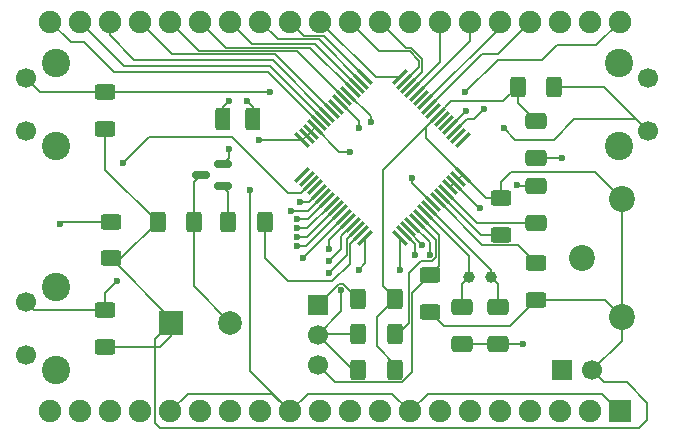
<source format=gbr>
G04 #@! TF.GenerationSoftware,KiCad,Pcbnew,9.0.2*
G04 #@! TF.CreationDate,2025-08-18T13:33:17+03:00*
G04 #@! TF.ProjectId,tickbox,7469636b-626f-4782-9e6b-696361645f70,rev?*
G04 #@! TF.SameCoordinates,Original*
G04 #@! TF.FileFunction,Copper,L1,Top*
G04 #@! TF.FilePolarity,Positive*
%FSLAX46Y46*%
G04 Gerber Fmt 4.6, Leading zero omitted, Abs format (unit mm)*
G04 Created by KiCad (PCBNEW 9.0.2) date 2025-08-18 13:33:17*
%MOMM*%
%LPD*%
G01*
G04 APERTURE LIST*
G04 Aperture macros list*
%AMRoundRect*
0 Rectangle with rounded corners*
0 $1 Rounding radius*
0 $2 $3 $4 $5 $6 $7 $8 $9 X,Y pos of 4 corners*
0 Add a 4 corners polygon primitive as box body*
4,1,4,$2,$3,$4,$5,$6,$7,$8,$9,$2,$3,0*
0 Add four circle primitives for the rounded corners*
1,1,$1+$1,$2,$3*
1,1,$1+$1,$4,$5*
1,1,$1+$1,$6,$7*
1,1,$1+$1,$8,$9*
0 Add four rect primitives between the rounded corners*
20,1,$1+$1,$2,$3,$4,$5,0*
20,1,$1+$1,$4,$5,$6,$7,0*
20,1,$1+$1,$6,$7,$8,$9,0*
20,1,$1+$1,$8,$9,$2,$3,0*%
%AMRotRect*
0 Rectangle, with rotation*
0 The origin of the aperture is its center*
0 $1 length*
0 $2 width*
0 $3 Rotation angle, in degrees counterclockwise*
0 Add horizontal line*
21,1,$1,$2,0,0,$3*%
G04 Aperture macros list end*
G04 #@! TA.AperFunction,SMDPad,CuDef*
%ADD10RoundRect,0.250000X0.650000X-0.412500X0.650000X0.412500X-0.650000X0.412500X-0.650000X-0.412500X0*%
G04 #@! TD*
G04 #@! TA.AperFunction,ComponentPad*
%ADD11R,1.700000X1.700000*%
G04 #@! TD*
G04 #@! TA.AperFunction,ComponentPad*
%ADD12C,1.700000*%
G04 #@! TD*
G04 #@! TA.AperFunction,SMDPad,CuDef*
%ADD13RoundRect,0.250000X0.400000X0.625000X-0.400000X0.625000X-0.400000X-0.625000X0.400000X-0.625000X0*%
G04 #@! TD*
G04 #@! TA.AperFunction,SMDPad,CuDef*
%ADD14RoundRect,0.190500X0.444500X-0.762000X0.444500X0.762000X-0.444500X0.762000X-0.444500X-0.762000X0*%
G04 #@! TD*
G04 #@! TA.AperFunction,SMDPad,CuDef*
%ADD15RoundRect,0.250000X0.625000X-0.400000X0.625000X0.400000X-0.625000X0.400000X-0.625000X-0.400000X0*%
G04 #@! TD*
G04 #@! TA.AperFunction,SMDPad,CuDef*
%ADD16RoundRect,0.250000X-0.400000X-0.625000X0.400000X-0.625000X0.400000X0.625000X-0.400000X0.625000X0*%
G04 #@! TD*
G04 #@! TA.AperFunction,SMDPad,CuDef*
%ADD17RoundRect,0.250000X-0.650000X0.412500X-0.650000X-0.412500X0.650000X-0.412500X0.650000X0.412500X0*%
G04 #@! TD*
G04 #@! TA.AperFunction,ComponentPad*
%ADD18R,2.000000X2.000000*%
G04 #@! TD*
G04 #@! TA.AperFunction,ComponentPad*
%ADD19C,2.000000*%
G04 #@! TD*
G04 #@! TA.AperFunction,SMDPad,CuDef*
%ADD20RotRect,0.300000X1.675000X225.000000*%
G04 #@! TD*
G04 #@! TA.AperFunction,SMDPad,CuDef*
%ADD21RotRect,0.300000X1.675000X135.000000*%
G04 #@! TD*
G04 #@! TA.AperFunction,SMDPad,CuDef*
%ADD22RoundRect,0.150000X0.587500X0.150000X-0.587500X0.150000X-0.587500X-0.150000X0.587500X-0.150000X0*%
G04 #@! TD*
G04 #@! TA.AperFunction,SMDPad,CuDef*
%ADD23RoundRect,0.250000X-0.625000X0.400000X-0.625000X-0.400000X0.625000X-0.400000X0.625000X0.400000X0*%
G04 #@! TD*
G04 #@! TA.AperFunction,ComponentPad*
%ADD24C,2.400000*%
G04 #@! TD*
G04 #@! TA.AperFunction,ComponentPad*
%ADD25C,1.000000*%
G04 #@! TD*
G04 #@! TA.AperFunction,ComponentPad*
%ADD26C,2.200000*%
G04 #@! TD*
G04 #@! TA.AperFunction,ComponentPad*
%ADD27R,1.905000X1.905000*%
G04 #@! TD*
G04 #@! TA.AperFunction,ComponentPad*
%ADD28C,1.905000*%
G04 #@! TD*
G04 #@! TA.AperFunction,ViaPad*
%ADD29C,0.600000*%
G04 #@! TD*
G04 #@! TA.AperFunction,Conductor*
%ADD30C,0.200000*%
G04 #@! TD*
G04 #@! TA.AperFunction,Conductor*
%ADD31C,0.127000*%
G04 #@! TD*
G04 #@! TA.AperFunction,Conductor*
%ADD32C,0.150000*%
G04 #@! TD*
G04 APERTURE END LIST*
D10*
X70250000Y-57812500D03*
X70250000Y-54687500D03*
D11*
X55000000Y-54460000D03*
D12*
X55000000Y-57000000D03*
X55000000Y-59540000D03*
D13*
X50550000Y-47500000D03*
X47450000Y-47500000D03*
D14*
X49500000Y-38750000D03*
X47000000Y-38750000D03*
D15*
X37500000Y-50550000D03*
X37500000Y-47450000D03*
D16*
X41450000Y-47500000D03*
X44550000Y-47500000D03*
D17*
X73500000Y-38937500D03*
X73500000Y-42062500D03*
D18*
X42629216Y-56000000D03*
D19*
X47629216Y-56000000D03*
D20*
X61976439Y-48779740D03*
X62329992Y-48426186D03*
X62683546Y-48072633D03*
X63037099Y-47719080D03*
X63390653Y-47365526D03*
X63744206Y-47011973D03*
X64097759Y-46658419D03*
X64451313Y-46304866D03*
X64804866Y-45951313D03*
X65158419Y-45597759D03*
X65511973Y-45244206D03*
X65865526Y-44890653D03*
X66219080Y-44537099D03*
X66572633Y-44183546D03*
X66926186Y-43829992D03*
X67279740Y-43476439D03*
D21*
X67279740Y-40523561D03*
X66926186Y-40170008D03*
X66572633Y-39816454D03*
X66219080Y-39462901D03*
X65865526Y-39109347D03*
X65511973Y-38755794D03*
X65158419Y-38402241D03*
X64804866Y-38048687D03*
X64451313Y-37695134D03*
X64097759Y-37341581D03*
X63744206Y-36988027D03*
X63390653Y-36634474D03*
X63037099Y-36280920D03*
X62683546Y-35927367D03*
X62329992Y-35573814D03*
X61976439Y-35220260D03*
D20*
X59023561Y-35220260D03*
X58670008Y-35573814D03*
X58316454Y-35927367D03*
X57962901Y-36280920D03*
X57609347Y-36634474D03*
X57255794Y-36988027D03*
X56902241Y-37341581D03*
X56548687Y-37695134D03*
X56195134Y-38048687D03*
X55841581Y-38402241D03*
X55488027Y-38755794D03*
X55134474Y-39109347D03*
X54780920Y-39462901D03*
X54427367Y-39816454D03*
X54073814Y-40170008D03*
X53720260Y-40523561D03*
D21*
X53720260Y-43476439D03*
X54073814Y-43829992D03*
X54427367Y-44183546D03*
X54780920Y-44537099D03*
X55134474Y-44890653D03*
X55488027Y-45244206D03*
X55841581Y-45597759D03*
X56195134Y-45951313D03*
X56548687Y-46304866D03*
X56902241Y-46658419D03*
X57255794Y-47011973D03*
X57609347Y-47365526D03*
X57962901Y-47719080D03*
X58316454Y-48072633D03*
X58670008Y-48426186D03*
X59023561Y-48779740D03*
D22*
X47000000Y-44450000D03*
X47000000Y-42550000D03*
X45125000Y-43500000D03*
D13*
X61550000Y-53960000D03*
X58450000Y-53960000D03*
D23*
X37000000Y-36450000D03*
X37000000Y-39550000D03*
D15*
X73500000Y-54050000D03*
X73500000Y-50950000D03*
X64500000Y-55050000D03*
X64500000Y-51950000D03*
D13*
X75050000Y-36000000D03*
X71950000Y-36000000D03*
D24*
X32825000Y-41000001D03*
X32825000Y-34000001D03*
D12*
X30325000Y-39750001D03*
X30325000Y-35250001D03*
D25*
X69700000Y-52150000D03*
X67800000Y-52150000D03*
D23*
X37000000Y-54950000D03*
X37000000Y-58050000D03*
X70500000Y-45450000D03*
X70500000Y-48550000D03*
D26*
X80750000Y-55500000D03*
X80750000Y-45500000D03*
X77350000Y-50500000D03*
D10*
X73500000Y-47562500D03*
X73500000Y-44437500D03*
X67250000Y-57812500D03*
X67250000Y-54687500D03*
D13*
X61550000Y-56960000D03*
X58450000Y-56960000D03*
D11*
X75725000Y-60000000D03*
D12*
X78265000Y-60000000D03*
D13*
X61550000Y-59960000D03*
X58450000Y-59960000D03*
D24*
X80500000Y-33999999D03*
X80500000Y-40999999D03*
D12*
X83000000Y-35249999D03*
X83000000Y-39749999D03*
D24*
X32825000Y-60000001D03*
X32825000Y-53000001D03*
D12*
X30325000Y-58750001D03*
X30325000Y-54250001D03*
D27*
X80600000Y-63500000D03*
D28*
X78060000Y-63500000D03*
X75520000Y-63500000D03*
X72980000Y-63500000D03*
X70440000Y-63500000D03*
X67900000Y-63500000D03*
X65360000Y-63500000D03*
X62820000Y-63500000D03*
X60280000Y-63500000D03*
X57740000Y-63500000D03*
X55200000Y-63500000D03*
X52660000Y-63500000D03*
X50120000Y-63500000D03*
X47580000Y-63500000D03*
X45040000Y-63500000D03*
X42500000Y-63500000D03*
X39960000Y-63500000D03*
X37420000Y-63500000D03*
X34880000Y-63500000D03*
X32340000Y-63500000D03*
X32340000Y-30500000D03*
X34880000Y-30500000D03*
X37420000Y-30500000D03*
X39960000Y-30500000D03*
X42500000Y-30500000D03*
X45040000Y-30500000D03*
X47580000Y-30500000D03*
X50120000Y-30500000D03*
X52660000Y-30500000D03*
X55200000Y-30500000D03*
X57740000Y-30500000D03*
X60280000Y-30500000D03*
X62820000Y-30500000D03*
X65360000Y-30500000D03*
X67900000Y-30500000D03*
X70440000Y-30500000D03*
X72980000Y-30500000D03*
X75520000Y-30500000D03*
X78060000Y-30500000D03*
X80600000Y-30500000D03*
D29*
X67500000Y-36500000D03*
X57750000Y-41500000D03*
X50023561Y-40523561D03*
X49250000Y-44750000D03*
X64500000Y-50250000D03*
X72437500Y-57812500D03*
X47500000Y-41250000D03*
X75687500Y-42062500D03*
X71875000Y-44375000D03*
X68750000Y-46250000D03*
X53250000Y-48000000D03*
X57000000Y-53250000D03*
X56000000Y-50750000D03*
X56000000Y-49750000D03*
X62000000Y-51500000D03*
X52750000Y-46500000D03*
X53750000Y-50500000D03*
X53250000Y-47250000D03*
X56000000Y-51750000D03*
X53250000Y-48750000D03*
X53500000Y-45750000D03*
X53250000Y-49500000D03*
X63875000Y-49375000D03*
X58500000Y-39500000D03*
X38000000Y-52500000D03*
X63250000Y-50250000D03*
X58500000Y-51500000D03*
X38500000Y-42500000D03*
X69125000Y-37875000D03*
X47500000Y-37250000D03*
X49000000Y-37250000D03*
X67590990Y-38090990D03*
X59500000Y-39000000D03*
X51000000Y-36500000D03*
X70750000Y-39500000D03*
X63000000Y-43750000D03*
X33200000Y-47600000D03*
D30*
X64155330Y-40352029D02*
X67279740Y-43476439D01*
X64155330Y-39405330D02*
X64155330Y-40352029D01*
X64155330Y-39405330D02*
X65158419Y-38402241D01*
D31*
X67639087Y-38750000D02*
X66572633Y-39816454D01*
X68250000Y-38750000D02*
X67639087Y-38750000D01*
X69125000Y-37875000D02*
X68250000Y-38750000D01*
X67590990Y-38090990D02*
X66219080Y-39462901D01*
D32*
X78600000Y-32500000D02*
X80600000Y-30500000D01*
X74000000Y-33750000D02*
X75250000Y-32500000D01*
X67500000Y-36500000D02*
X70250000Y-33750000D01*
X75250000Y-32500000D02*
X78600000Y-32500000D01*
X70250000Y-33750000D02*
X74000000Y-33750000D01*
D30*
X60000000Y-58000000D02*
X61550000Y-59550000D01*
X71400000Y-43200000D02*
X70500000Y-44100000D01*
X37500000Y-50550000D02*
X38400000Y-50550000D01*
X70500000Y-45450000D02*
X69253301Y-45450000D01*
X41685500Y-64935500D02*
X82250000Y-64935500D01*
X71950000Y-36000000D02*
X70708500Y-37241500D01*
X79300000Y-54050000D02*
X80750000Y-55500000D01*
X65700000Y-56250000D02*
X71300000Y-56250000D01*
X61550000Y-53960000D02*
X60000000Y-55510000D01*
X79265000Y-61000000D02*
X78265000Y-60000000D01*
X41250000Y-64500000D02*
X41685500Y-64935500D01*
X41250000Y-57379216D02*
X41250000Y-64500000D01*
X80750000Y-45500000D02*
X78450000Y-43200000D01*
X80750000Y-45500000D02*
X80750000Y-55500000D01*
X37000000Y-39550000D02*
X37000000Y-43050000D01*
X42629216Y-55679216D02*
X37500000Y-50550000D01*
X81185500Y-61000000D02*
X79265000Y-61000000D01*
X78450000Y-43200000D02*
X71400000Y-43200000D01*
X60500000Y-43060660D02*
X64155330Y-39405330D01*
X38400000Y-50550000D02*
X41450000Y-47500000D01*
X82250000Y-64935500D02*
X82935500Y-64250000D01*
X82935500Y-64250000D02*
X82935500Y-62750000D01*
X42629216Y-56000000D02*
X42629216Y-55679216D01*
X66926186Y-43829992D02*
X67279740Y-43476439D01*
X71950000Y-37387500D02*
X73500000Y-38937500D01*
X70500000Y-44100000D02*
X70500000Y-45450000D01*
X73500000Y-54050000D02*
X79300000Y-54050000D01*
X71950000Y-36000000D02*
X71950000Y-37387500D01*
X78265000Y-60000000D02*
X80750000Y-57515000D01*
X82935500Y-62750000D02*
X81185500Y-61000000D01*
X42629216Y-56000000D02*
X41250000Y-57379216D01*
X71300000Y-56250000D02*
X73500000Y-54050000D01*
X70708500Y-37241500D02*
X66319160Y-37241500D01*
X42629216Y-57120784D02*
X41700000Y-58050000D01*
X66319160Y-37241500D02*
X65158419Y-38402241D01*
X80750000Y-57515000D02*
X80750000Y-55500000D01*
X69253301Y-45450000D02*
X67279740Y-43476439D01*
X37000000Y-43050000D02*
X41450000Y-47500000D01*
X42629216Y-56000000D02*
X42629216Y-57120784D01*
X41700000Y-58050000D02*
X37000000Y-58050000D01*
X60500000Y-52910000D02*
X60500000Y-43060660D01*
X61550000Y-59550000D02*
X61550000Y-59960000D01*
X64500000Y-55050000D02*
X65700000Y-56250000D01*
X60000000Y-55510000D02*
X60000000Y-58000000D01*
X61550000Y-53960000D02*
X60500000Y-52910000D01*
D32*
X54780920Y-39462901D02*
X54427367Y-39816454D01*
X62820000Y-63500000D02*
X64320000Y-62000000D01*
X49250000Y-60090000D02*
X52660000Y-63500000D01*
X42500000Y-63500000D02*
X44000000Y-62000000D01*
X54427367Y-39816454D02*
X54073814Y-40170008D01*
X51160000Y-62000000D02*
X52660000Y-63500000D01*
X54160000Y-62000000D02*
X61320000Y-62000000D01*
X52660000Y-63500000D02*
X54160000Y-62000000D01*
X44000000Y-62000000D02*
X51160000Y-62000000D01*
X53720260Y-40523561D02*
X50023561Y-40523561D01*
X64320000Y-62000000D02*
X79100000Y-62000000D01*
X54073814Y-40170008D02*
X53720260Y-40523561D01*
X54780920Y-39462901D02*
X56818019Y-41500000D01*
X79100000Y-62000000D02*
X80600000Y-63500000D01*
X61320000Y-62000000D02*
X62820000Y-63500000D01*
X56818019Y-41500000D02*
X57750000Y-41500000D01*
X49250000Y-44750000D02*
X49250000Y-60090000D01*
X67250000Y-54687500D02*
X67250000Y-52700000D01*
X67800000Y-52150000D02*
X67800000Y-50360660D01*
X67800000Y-50360660D02*
X64097759Y-46658419D01*
X67250000Y-52700000D02*
X67800000Y-52150000D01*
X64500000Y-49181981D02*
X64500000Y-50250000D01*
X63037099Y-47719080D02*
X64500000Y-49181981D01*
D31*
X73500000Y-44437500D02*
X71937500Y-44437500D01*
D32*
X66572633Y-44183546D02*
X68639087Y-46250000D01*
D31*
X71937500Y-44437500D02*
X71875000Y-44375000D01*
D32*
X68639087Y-46250000D02*
X68750000Y-46250000D01*
D31*
X72437500Y-57812500D02*
X72500000Y-57750000D01*
X47000000Y-42550000D02*
X47500000Y-42050000D01*
D32*
X73500000Y-42062500D02*
X75687500Y-42062500D01*
D31*
X67250000Y-57812500D02*
X70250000Y-57812500D01*
D32*
X66219080Y-44537099D02*
X66572633Y-44183546D01*
D31*
X71875000Y-44375000D02*
X71750000Y-44250000D01*
X70250000Y-57812500D02*
X72437500Y-57812500D01*
X47500000Y-42050000D02*
X47500000Y-41250000D01*
D32*
X62502000Y-32722000D02*
X60280000Y-30500000D01*
X62683546Y-35927367D02*
X63878000Y-34732913D01*
X63878000Y-33684848D02*
X62915151Y-32722000D01*
X63878000Y-34732913D02*
X63878000Y-33684848D01*
X62915151Y-32722000D02*
X62502000Y-32722000D01*
X61976439Y-35220260D02*
X59920260Y-35220260D01*
X59920260Y-35220260D02*
X55200000Y-30500000D01*
X63600000Y-33800000D02*
X62800000Y-33000000D01*
X60200000Y-33000000D02*
X60200000Y-32960000D01*
X63600000Y-34303806D02*
X63600000Y-33800000D01*
X62800000Y-33000000D02*
X60200000Y-33000000D01*
X60200000Y-32960000D02*
X57740000Y-30500000D01*
X62329992Y-35573814D02*
X63600000Y-34303806D01*
X54146447Y-48000000D02*
X53250000Y-48000000D01*
X56195134Y-45951313D02*
X54146447Y-48000000D01*
X44550000Y-52920784D02*
X44550000Y-47500000D01*
X44550000Y-44075000D02*
X45125000Y-43500000D01*
X47629216Y-56000000D02*
X44550000Y-52920784D01*
X44550000Y-47500000D02*
X44550000Y-44075000D01*
X69700000Y-51553553D02*
X64451313Y-46304866D01*
X70250000Y-54687500D02*
X70250000Y-52700000D01*
X69700000Y-52150000D02*
X69700000Y-51553553D01*
X70250000Y-52700000D02*
X69700000Y-52150000D01*
X55488027Y-38755794D02*
X50982233Y-34250000D01*
X50982233Y-34250000D02*
X38630000Y-34250000D01*
X38630000Y-34250000D02*
X34880000Y-30500000D01*
X57960000Y-59960000D02*
X55000000Y-57000000D01*
X58450000Y-56960000D02*
X55040000Y-56960000D01*
X56000000Y-50750000D02*
X57000000Y-49750000D01*
X58450000Y-59960000D02*
X57960000Y-59960000D01*
X57000000Y-55000000D02*
X55000000Y-57000000D01*
X57000000Y-53250000D02*
X57000000Y-55000000D01*
X57000000Y-48681981D02*
X57962901Y-47719080D01*
X55040000Y-56960000D02*
X55000000Y-57000000D01*
X57000000Y-49750000D02*
X57000000Y-48681981D01*
X53882000Y-31722000D02*
X52660000Y-30500000D01*
X59023561Y-35220260D02*
X55525301Y-31722000D01*
X55525301Y-31722000D02*
X53882000Y-31722000D01*
X56000000Y-48974873D02*
X56000000Y-49750000D01*
X56781576Y-52678424D02*
X55000000Y-54460000D01*
X58450000Y-53960000D02*
X57168424Y-52678424D01*
X57609347Y-47365526D02*
X56000000Y-48974873D01*
X57168424Y-52678424D02*
X56781576Y-52678424D01*
X61976439Y-48779740D02*
X61976439Y-51476439D01*
X61976439Y-51476439D02*
X62000000Y-51500000D01*
X65360000Y-33958019D02*
X65360000Y-30500000D01*
X63037099Y-36280920D02*
X65360000Y-33958019D01*
X55488027Y-45244206D02*
X54232233Y-46500000D01*
X54232233Y-46500000D02*
X52750000Y-46500000D01*
X57238027Y-47011973D02*
X53750000Y-50500000D01*
X57255794Y-47011973D02*
X57238027Y-47011973D01*
X55841581Y-45597759D02*
X54189340Y-47250000D01*
X54189340Y-47250000D02*
X53250000Y-47250000D01*
X70440000Y-30999340D02*
X70440000Y-30500000D01*
X64097759Y-37341581D02*
X70440000Y-30999340D01*
X51396447Y-33250000D02*
X42710000Y-33250000D01*
X42710000Y-33250000D02*
X39960000Y-30500000D01*
X56195134Y-38048687D02*
X51396447Y-33250000D01*
X55134474Y-39109347D02*
X50775127Y-34750000D01*
X50775127Y-34750000D02*
X37750000Y-34750000D01*
X34090000Y-32250000D02*
X32340000Y-30500000D01*
X37750000Y-34750000D02*
X35250000Y-32250000D01*
X35250000Y-32250000D02*
X34090000Y-32250000D01*
X53239767Y-32972000D02*
X44972000Y-32972000D01*
X44972000Y-32972000D02*
X42500000Y-30500000D01*
X57255794Y-36988027D02*
X53239767Y-32972000D01*
X55096194Y-32000000D02*
X51620000Y-32000000D01*
X58670008Y-35573814D02*
X55096194Y-32000000D01*
X51620000Y-32000000D02*
X50120000Y-30500000D01*
X57472000Y-48917087D02*
X57472000Y-50278000D01*
X57472000Y-50278000D02*
X56000000Y-51750000D01*
X58316454Y-48072633D02*
X57472000Y-48917087D01*
X54789087Y-32400000D02*
X49480000Y-32400000D01*
X58316454Y-35927367D02*
X54789087Y-32400000D01*
X49480000Y-32400000D02*
X47580000Y-30500000D01*
X56548687Y-46304866D02*
X54103553Y-48750000D01*
X54103553Y-48750000D02*
X53250000Y-48750000D01*
X55134474Y-44890653D02*
X54275127Y-45750000D01*
X54275127Y-45750000D02*
X53500000Y-45750000D01*
X56902241Y-46658419D02*
X54060660Y-49500000D01*
X54060660Y-49500000D02*
X53250000Y-49500000D01*
X68537373Y-47562500D02*
X73500000Y-47562500D01*
X65865526Y-44890653D02*
X68537373Y-47562500D01*
X63000000Y-53450000D02*
X64500000Y-51950000D01*
X55000000Y-59540000D02*
X56498000Y-61038000D01*
X65281000Y-48548767D02*
X65281000Y-51169000D01*
X63744206Y-47011973D02*
X65281000Y-48548767D01*
X63000000Y-60182566D02*
X63000000Y-53450000D01*
X65281000Y-51169000D02*
X64500000Y-51950000D01*
X62144566Y-61038000D02*
X63000000Y-60182566D01*
X56498000Y-61038000D02*
X62144566Y-61038000D01*
X62683546Y-48183546D02*
X63875000Y-49375000D01*
X63875000Y-49375000D02*
X64000000Y-49500000D01*
X62683546Y-48072633D02*
X62683546Y-48183546D01*
X62722000Y-56028000D02*
X61790000Y-56960000D01*
X65003000Y-48977873D02*
X65003000Y-50458350D01*
X63390653Y-47365526D02*
X65003000Y-48977873D01*
X64708350Y-50753000D02*
X63747000Y-50753000D01*
X61790000Y-56960000D02*
X61550000Y-56960000D01*
X62722000Y-51778000D02*
X62722000Y-56028000D01*
X63747000Y-50753000D02*
X62722000Y-51778000D01*
X65003000Y-50458350D02*
X64708350Y-50753000D01*
X63390653Y-36634474D02*
X67900000Y-32125127D01*
X67900000Y-32125127D02*
X67900000Y-30500000D01*
D30*
X31024999Y-54950000D02*
X30325000Y-54250001D01*
X37000000Y-54950000D02*
X31024999Y-54950000D01*
X56902241Y-37341581D02*
X58500000Y-38939340D01*
X37000000Y-53500000D02*
X37000000Y-54950000D01*
X38000000Y-52500000D02*
X37000000Y-53500000D01*
X58500000Y-38939340D02*
X58500000Y-39500000D01*
D32*
X70280000Y-33200000D02*
X72980000Y-30500000D01*
X64451313Y-37695134D02*
X68946447Y-33200000D01*
X68946447Y-33200000D02*
X70280000Y-33200000D01*
X47234000Y-32694000D02*
X45040000Y-30500000D01*
X54375981Y-32694000D02*
X47234000Y-32694000D01*
X57962901Y-36280920D02*
X54375981Y-32694000D01*
X63250000Y-49346194D02*
X63250000Y-50250000D01*
X62329992Y-48426186D02*
X63250000Y-49346194D01*
X68817767Y-48550000D02*
X65511973Y-45244206D01*
X70500000Y-48550000D02*
X68817767Y-48550000D01*
X59023561Y-48779740D02*
X59023561Y-50976439D01*
X59023561Y-50976439D02*
X58500000Y-51500000D01*
X39500000Y-33750000D02*
X37420000Y-31670000D01*
X37420000Y-31670000D02*
X37420000Y-30500000D01*
X55841581Y-38402241D02*
X51189340Y-33750000D01*
X51189340Y-33750000D02*
X39500000Y-33750000D01*
D31*
X40750000Y-40250000D02*
X47750000Y-40250000D01*
X38500000Y-42500000D02*
X40750000Y-40250000D01*
X47750000Y-40250000D02*
X52500000Y-45000000D01*
X52500000Y-45000000D02*
X53610913Y-45000000D01*
X53610913Y-45000000D02*
X54427367Y-44183546D01*
D32*
X73500000Y-50950000D02*
X71953000Y-49403000D01*
X68963660Y-49403000D02*
X65158419Y-45597759D01*
X71953000Y-49403000D02*
X68963660Y-49403000D01*
D31*
X47000000Y-37750000D02*
X47500000Y-37250000D01*
X47000000Y-38750000D02*
X47000000Y-37750000D01*
X49500000Y-37750000D02*
X49000000Y-37250000D01*
X49500000Y-38750000D02*
X49500000Y-37750000D01*
D30*
X37000000Y-36450000D02*
X31524999Y-36450000D01*
X31524999Y-36450000D02*
X30325000Y-35250001D01*
X57609347Y-36634474D02*
X59500000Y-38525127D01*
X51000000Y-36500000D02*
X39500000Y-36500000D01*
X39500000Y-36500000D02*
X39450000Y-36450000D01*
X39450000Y-36450000D02*
X37000000Y-36450000D01*
X59500000Y-38525127D02*
X59500000Y-39000000D01*
D32*
X58670008Y-48426186D02*
X57750000Y-49346194D01*
X52500000Y-52500000D02*
X50550000Y-50550000D01*
X57750000Y-51000000D02*
X56250000Y-52500000D01*
X56250000Y-52500000D02*
X52500000Y-52500000D01*
X57750000Y-49346194D02*
X57750000Y-51000000D01*
X50550000Y-50550000D02*
X50550000Y-47500000D01*
X63000000Y-44146447D02*
X63000000Y-43750000D01*
X75000000Y-40500000D02*
X76750000Y-38750000D01*
X76750000Y-38750000D02*
X82000001Y-38750000D01*
X79250001Y-36000000D02*
X82250001Y-39000000D01*
X64804866Y-45951313D02*
X63000000Y-44146447D01*
X71750000Y-40500000D02*
X75000000Y-40500000D01*
X70750000Y-39500000D02*
X71750000Y-40500000D01*
X82000001Y-38750000D02*
X82250001Y-39000000D01*
X75050000Y-36000000D02*
X79250001Y-36000000D01*
X82250001Y-39000000D02*
X83000000Y-39749999D01*
X47450000Y-44900000D02*
X47450000Y-47500000D01*
X47000000Y-44450000D02*
X47450000Y-44900000D01*
X33200000Y-47600000D02*
X33350000Y-47450000D01*
X33350000Y-47450000D02*
X37500000Y-47450000D01*
M02*

</source>
